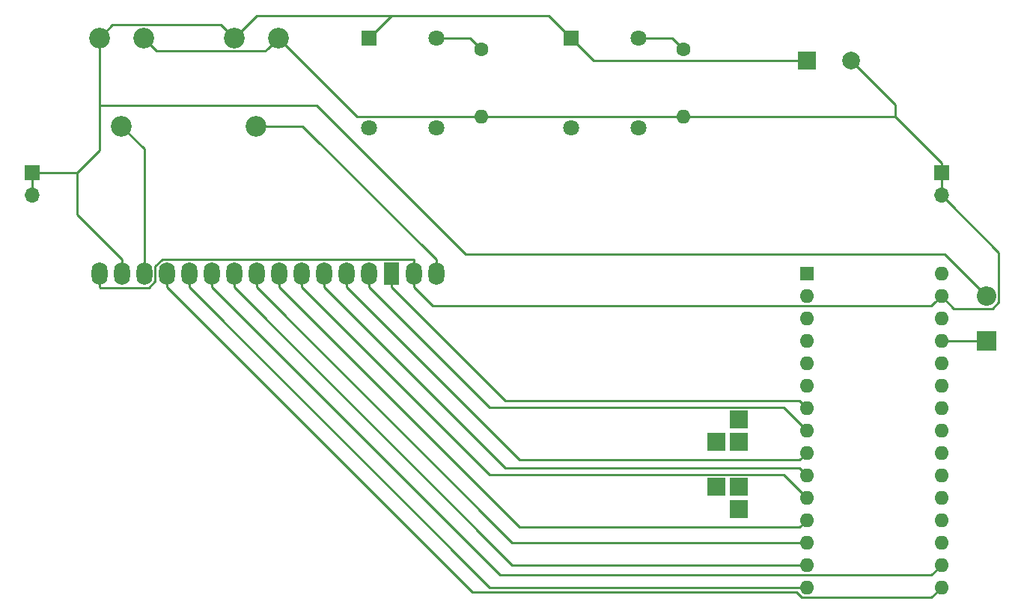
<source format=gbr>
G04 #@! TF.GenerationSoftware,KiCad,Pcbnew,(5.1.5)-2*
G04 #@! TF.CreationDate,2020-07-16T18:28:11-07:00*
G04 #@! TF.ProjectId,LCD_TEST_DEVICE,4c43445f-5445-4535-945f-444556494345,rev?*
G04 #@! TF.SameCoordinates,Original*
G04 #@! TF.FileFunction,Copper,L1,Top*
G04 #@! TF.FilePolarity,Positive*
%FSLAX46Y46*%
G04 Gerber Fmt 4.6, Leading zero omitted, Abs format (unit mm)*
G04 Created by KiCad (PCBNEW (5.1.5)-2) date 2020-07-16 18:28:11*
%MOMM*%
%LPD*%
G04 APERTURE LIST*
%ADD10C,2.340000*%
%ADD11R,2.000000X2.000000*%
%ADD12C,2.000000*%
%ADD13C,1.600000*%
%ADD14O,1.600000X1.600000*%
%ADD15C,1.800000*%
%ADD16R,1.800000X1.800000*%
%ADD17R,1.800000X2.600000*%
%ADD18O,1.800000X2.600000*%
%ADD19R,2.200000X2.200000*%
%ADD20O,2.200000X2.200000*%
%ADD21O,1.700000X1.700000*%
%ADD22R,1.700000X1.700000*%
%ADD23R,1.600000X1.600000*%
%ADD24C,0.250000*%
G04 APERTURE END LIST*
D10*
X26670000Y-17780000D03*
X29170000Y-27780000D03*
X31670000Y-17780000D03*
D11*
X106680000Y-20320000D03*
D12*
X111680000Y-20320000D03*
D13*
X92710000Y-19050000D03*
D14*
X92710000Y-26670000D03*
D13*
X69850000Y-19050000D03*
D14*
X69850000Y-26670000D03*
D15*
X87630000Y-17780000D03*
X87630000Y-27940000D03*
D16*
X80010000Y-17780000D03*
D15*
X80010000Y-27940000D03*
X64770000Y-17780000D03*
X64770000Y-27940000D03*
D16*
X57150000Y-17780000D03*
D15*
X57150000Y-27940000D03*
D10*
X46910000Y-17780000D03*
X44410000Y-27780000D03*
X41910000Y-17780000D03*
D17*
X59690000Y-44450000D03*
D18*
X57150000Y-44450000D03*
X54610000Y-44450000D03*
X52070000Y-44450000D03*
X49530000Y-44450000D03*
X46990000Y-44450000D03*
X44450000Y-44450000D03*
X41910000Y-44450000D03*
X39370000Y-44450000D03*
X36830000Y-44450000D03*
X34290000Y-44450000D03*
X31750000Y-44450000D03*
X29204920Y-44452540D03*
X26670000Y-44450000D03*
X64770000Y-44450000D03*
X62224920Y-44452540D03*
D11*
X98970000Y-71130000D03*
X98970000Y-68590000D03*
X96430000Y-68590000D03*
X96430000Y-63510000D03*
X98970000Y-63510000D03*
X98970000Y-60970000D03*
D19*
X127000000Y-52070000D03*
D20*
X127000000Y-46990000D03*
D21*
X121920000Y-35560000D03*
D22*
X121920000Y-33020000D03*
X19050000Y-33020000D03*
D21*
X19050000Y-35560000D03*
D23*
X106680000Y-44450000D03*
D14*
X121920000Y-77470000D03*
X106680000Y-46990000D03*
X121920000Y-74930000D03*
X106680000Y-49530000D03*
X121920000Y-72390000D03*
X106680000Y-52070000D03*
X121920000Y-69850000D03*
X106680000Y-54610000D03*
X121920000Y-67310000D03*
X106680000Y-57150000D03*
X121920000Y-64770000D03*
X106680000Y-59690000D03*
X121920000Y-62230000D03*
X106680000Y-62230000D03*
X121920000Y-59690000D03*
X106680000Y-64770000D03*
X121920000Y-57150000D03*
X106680000Y-67310000D03*
X121920000Y-54610000D03*
X106680000Y-69850000D03*
X121920000Y-52070000D03*
X106680000Y-72390000D03*
X121920000Y-49530000D03*
X106680000Y-74930000D03*
X121920000Y-46990000D03*
X106680000Y-77470000D03*
X121920000Y-44450000D03*
X106680000Y-80010000D03*
X121920000Y-80010000D03*
D24*
X127000000Y-52070000D02*
X121920000Y-52070000D01*
X121920000Y-77470000D02*
X120794999Y-78595001D01*
X39370000Y-46000000D02*
X39370000Y-44450000D01*
X120794999Y-78595001D02*
X71965001Y-78595001D01*
X71965001Y-78595001D02*
X39370000Y-46000000D01*
X87630000Y-17780000D02*
X91440000Y-17780000D01*
X64770000Y-17780000D02*
X68580000Y-17780000D01*
X91440000Y-17780000D02*
X92710000Y-19050000D01*
X68580000Y-17780000D02*
X69850000Y-19050000D01*
X29170000Y-27780000D02*
X31750000Y-30360000D01*
X31750000Y-30360000D02*
X31750000Y-44450000D01*
X64770000Y-42900000D02*
X64770000Y-44450000D01*
X49650000Y-27780000D02*
X64770000Y-42900000D01*
X44410000Y-27780000D02*
X49650000Y-27780000D01*
X80010000Y-17780000D02*
X77470000Y-15240000D01*
X59690000Y-15240000D02*
X57150000Y-17780000D01*
X77470000Y-15240000D02*
X59690000Y-15240000D01*
X122769999Y-36409999D02*
X121920000Y-35560000D01*
X128425001Y-47674001D02*
X128425001Y-42065001D01*
X127684001Y-48415001D02*
X128425001Y-47674001D01*
X123345001Y-48415001D02*
X127684001Y-48415001D01*
X121920000Y-46990000D02*
X123345001Y-48415001D01*
X121920000Y-35560000D02*
X121920000Y-33020000D01*
X19050000Y-33020000D02*
X19050000Y-35560000D01*
X19050000Y-33020000D02*
X24130000Y-33020000D01*
X29204920Y-42902540D02*
X29204920Y-44452540D01*
X24130000Y-37827620D02*
X29204920Y-42902540D01*
X24130000Y-33020000D02*
X24130000Y-37827620D01*
X44450000Y-15240000D02*
X41910000Y-17780000D01*
X59690000Y-15240000D02*
X44450000Y-15240000D01*
X82550000Y-20320000D02*
X106680000Y-20320000D01*
X77470000Y-15240000D02*
X82550000Y-20320000D01*
X40740001Y-16610001D02*
X41910000Y-17780000D01*
X40414999Y-16284999D02*
X40740001Y-16610001D01*
X28165001Y-16284999D02*
X40414999Y-16284999D01*
X26670000Y-17780000D02*
X28165001Y-16284999D01*
X26670000Y-30480000D02*
X24130000Y-33020000D01*
X51276388Y-25400000D02*
X26670000Y-25400000D01*
X127000000Y-46990000D02*
X122261401Y-42251401D01*
X122261401Y-42251401D02*
X68127789Y-42251401D01*
X26670000Y-25400000D02*
X26670000Y-30480000D01*
X68127789Y-42251401D02*
X51276388Y-25400000D01*
X26670000Y-17780000D02*
X26670000Y-25400000D01*
X36830000Y-46000000D02*
X36830000Y-44450000D01*
X70840000Y-80010000D02*
X36830000Y-46000000D01*
X106680000Y-80010000D02*
X70840000Y-80010000D01*
X34290000Y-46000000D02*
X34290000Y-44450000D01*
X68840001Y-80550001D02*
X34290000Y-46000000D01*
X105554999Y-80550001D02*
X68840001Y-80550001D01*
X106139999Y-81135001D02*
X105554999Y-80550001D01*
X120794999Y-81135001D02*
X106139999Y-81135001D01*
X121920000Y-80010000D02*
X120794999Y-81135001D01*
X120794999Y-48115001D02*
X121120001Y-47789999D01*
X64337381Y-48115001D02*
X120794999Y-48115001D01*
X62224920Y-46002540D02*
X64337381Y-48115001D01*
X62224920Y-44452540D02*
X62224920Y-46002540D01*
X62147379Y-42824999D02*
X62224920Y-42902540D01*
X62224920Y-42902540D02*
X62224920Y-44452540D01*
X26670000Y-46000000D02*
X26670000Y-44450000D01*
X32254875Y-46077550D02*
X26747550Y-46077550D01*
X26747550Y-46077550D02*
X26670000Y-46000000D01*
X62224920Y-42902540D02*
X62147370Y-42824990D01*
X62147370Y-42824990D02*
X33782585Y-42824990D01*
X33782585Y-42824990D02*
X32975010Y-43632565D01*
X32975010Y-45357415D02*
X32254875Y-46077550D01*
X32975010Y-43632565D02*
X32975010Y-45357415D01*
X121920000Y-31920000D02*
X121920000Y-33020000D01*
X116670000Y-26670000D02*
X121920000Y-31920000D01*
X69850000Y-26670000D02*
X116670000Y-26670000D01*
X55800000Y-26670000D02*
X69850000Y-26670000D01*
X46910000Y-17780000D02*
X55800000Y-26670000D01*
X116670000Y-25310000D02*
X116670000Y-26670000D01*
X111680000Y-20320000D02*
X116670000Y-25310000D01*
X121120001Y-47789999D02*
X121920000Y-46990000D01*
X128425001Y-42065001D02*
X122769999Y-36409999D01*
X45740001Y-18949999D02*
X46910000Y-17780000D01*
X45414999Y-19275001D02*
X45740001Y-18949999D01*
X33165001Y-19275001D02*
X45414999Y-19275001D01*
X31670000Y-17780000D02*
X33165001Y-19275001D01*
X59690000Y-46000000D02*
X72580001Y-58890001D01*
X105880001Y-58890001D02*
X106680000Y-59690000D01*
X72580001Y-58890001D02*
X105880001Y-58890001D01*
X59690000Y-44450000D02*
X59690000Y-46000000D01*
X57150000Y-46000000D02*
X57150000Y-44450000D01*
X70794999Y-59644999D02*
X57150000Y-46000000D01*
X106680000Y-62230000D02*
X104094999Y-59644999D01*
X104094999Y-59644999D02*
X70794999Y-59644999D01*
X105880001Y-65569999D02*
X106680000Y-64770000D01*
X74179999Y-65569999D02*
X105880001Y-65569999D01*
X54610000Y-44450000D02*
X54610000Y-46000000D01*
X54610000Y-46000000D02*
X74179999Y-65569999D01*
X105880001Y-66510001D02*
X106680000Y-67310000D01*
X72580001Y-66510001D02*
X105880001Y-66510001D01*
X52070000Y-46000000D02*
X72580001Y-66510001D01*
X52070000Y-44450000D02*
X52070000Y-46000000D01*
X70794999Y-67264999D02*
X49530000Y-46000000D01*
X104094999Y-67264999D02*
X70794999Y-67264999D01*
X49530000Y-46000000D02*
X49530000Y-44450000D01*
X106680000Y-69850000D02*
X104094999Y-67264999D01*
X105880001Y-73189999D02*
X106680000Y-72390000D01*
X74179999Y-73189999D02*
X105880001Y-73189999D01*
X46990000Y-46000000D02*
X74179999Y-73189999D01*
X46990000Y-44450000D02*
X46990000Y-46000000D01*
X44450000Y-46000000D02*
X44450000Y-44450000D01*
X73380000Y-74930000D02*
X44450000Y-46000000D01*
X106680000Y-74930000D02*
X73380000Y-74930000D01*
X73380000Y-77470000D02*
X105548630Y-77470000D01*
X41910000Y-46000000D02*
X73380000Y-77470000D01*
X41910000Y-44450000D02*
X41910000Y-46000000D01*
X105548630Y-77470000D02*
X106680000Y-77470000D01*
M02*

</source>
